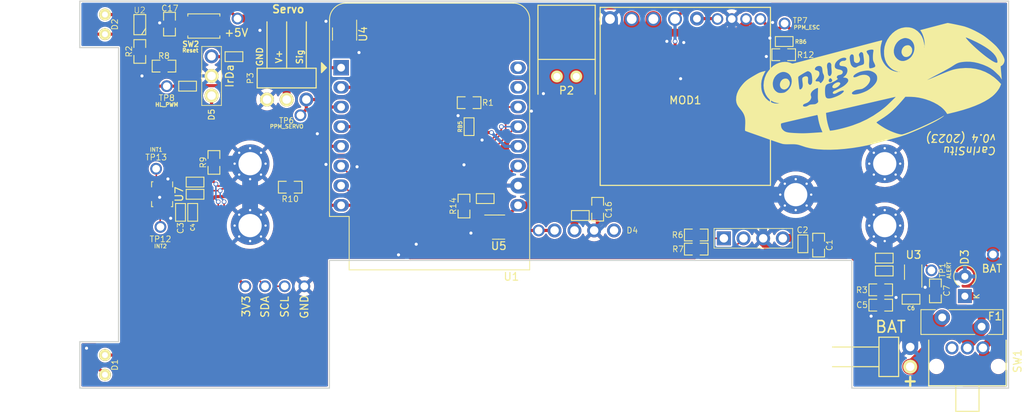
<source format=kicad_pcb>
(kicad_pcb (version 20211014) (generator pcbnew)
  (title_block (title "Carinsitu Main Board") (date "2019-06-18") (rev "1") (company "OpusLabs"))
  (layers (0 "F.Cu" signal) (31 "B.Cu" signal) (34 "B.Paste" user) (35 "F.Paste" user) (36 "B.SilkS" user "B.Silkscreen") (37 "F.SilkS" user "F.Silkscreen") (38 "B.Mask" user) (39 "F.Mask" user) (44 "Edge.Cuts" user))
  (net 0 "")
  (net 1 "GND")
  (net 2 "Net-(MOD1-Pad3)")
  (net 3 "+5V")
  (net 4 "Net-(D1-Pad2)")
  (net 5 "Net-(D2-Pad2)")
  (net 6 "HL_PWM")
  (net 7 "Net-(MOD1-Pad5)")
  (net 8 "PPM_ESC")
  (net 9 "Net-(R2-Pad2)")
  (net 10 "+3V3")
  (net 12 "+VBAT")
  (net 13 "Net-(C5-Pad1)")
  (net 14 "SDA")
  (net 15 "SCL")
  (net 16 "RL_DAT")
  (net 17 "VTX_TX")
  (net 18 "Net-(MOD1-Pad2)")
  (net 19 "VTX_RX")
  (net 20 "Net-(R1-Pad1)")
  (net 21 "IR_RX")
  (net 22 "PPM_SERVO")
  (net 23 "/LOLIN_RX_SWAP")
  (net 24 "Net-(P3-Pad1)")
  (net 25 "Net-(D4-Pad4)")
  (net 26 "/LOLIN_TX_SWAP")
  (net 27 "Net-(RB1-Pad1)")
  (net 28 "Net-(RB2-Pad1)")
  (net 29 "Net-(RB3-Pad1)")
  (net 30 "Net-(RB4-Pad1)")
  (net 31 "Net-(RB5-Pad1)")
  (net 32 "Net-(RB6-Pad1)")
  (net 33 "Net-(RB7-Pad1)")
  (net 34 "Net-(RB8-Pad2)")
  (net 35 "Net-(RB9-Pad2)")
  (net 36 "Net-(SW2-Pad2)")
  (net 37 "Net-(TP12-Pad1)")
  (net 38 "Net-(TP13-Pad1)")
  (net 46 "Net-(D3-Pad1)")
  (net 47 "Net-(F1-Pad2)")
  (net 48 "Net-(TP1-Pad1)")
  (footprint "carinsitu:FIX" (layer "F.Cu") (at 104.75 101)
    (fp_text reference "FIX1" hide)
    (fp_text value "CONN_1" hide)
  )
  (footprint "carinsitu:FIX" (layer "F.Cu") (at 104.75 109)
    (fp_text reference "FIX2" hide)
    (fp_text value "CONN_1" hide)
  )
  (footprint "carinsitu:FIX" (layer "F.Cu") (at 175.25 105)
    (fp_text reference "FIX3" hide)
    (fp_text value "CONN_1" hide)
  )
  (footprint "carinsitu:FIX" (layer "F.Cu") (at 186.75 101)
    (fp_text reference "FIX4" hide)
    (fp_text value "CONN_1" hide)
  )
  (footprint "carinsitu:FIX" (layer "F.Cu") (at 186.75 109)
    (fp_text reference "FIX5" hide)
    (fp_text value "CONN_1" hide)
  )
  (footprint "carinsitu:CONN_JST-XH-2" (layer "F.Cu") (at 145.6436 87.5284 180)
    (fp_text reference "P2")
    (fp_text value "MOT")
  )
  (footprint "carinsitu:ESC" (layer "F.Cu") (at 160.9852 92.3036)
    (fp_text reference "MOD1")
    (fp_text value "ESC")
  )
  (footprint "carinsitu:LED-APA106" (layer "F.Cu") (at 147.9296 109.6264 180)
    (fp_text reference "D4")
    (fp_text value "LED_APA106" hide)
  )
  (footprint "carinsitu:LED" (layer "F.Cu") (at 86 127 90)
    (fp_text reference "D1")
    (fp_text value "LED" hide)
  )
  (footprint "carinsitu:LED" (layer "F.Cu") (at 86 83 90)
    (fp_text reference "D2")
    (fp_text value "LED" hide)
  )
  (footprint "carinsitu:SMD0805" (layer "F.Cu") (at 90.5 86.5 90)
    (fp_text reference "R2")
    (fp_text value "10k" hide)
  )
  (footprint "carinsitu:SOT23-6" (layer "F.Cu") (at 90.5 83 90)
    (fp_text reference "U2")
    (fp_text value "MIC2860" hide)
  )
  (footprint "carinsitu:CONN_61300211021" (layer "F.Cu") (at 190.0428 125.9586 -90)
    (fp_text reference "P1" hide)
    (fp_text value "BAT")
  )
  (footprint "carinsitu:SMD0805" (layer "F.Cu") (at 178.2064 111.5187 -90)
    (fp_text reference "C1")
    (fp_text value "4,7uF" hide)
  )
  (footprint "carinsitu:SMD0603" (layer "F.Cu") (at 176.1744 111.3536 -90)
    (fp_text reference "C2")
    (fp_text value "100nF" hide)
  )
  (footprint "carinsitu:SMD0603" (layer "F.Cu") (at 95.758 107.2896 90)
    (fp_text reference "C3")
    (fp_text value "100nF" hide)
  )
  (footprint "carinsitu:SMD0805" (layer "F.Cu") (at 133.0452 93.1164)
    (fp_text reference "R1")
    (fp_text value "560k" hide)
  )
  (footprint "carinsitu:SMD0603" (layer "F.Cu") (at 97.3328 107.2896 90)
    (fp_text reference "C4")
    (fp_text value "4.7uF" hide)
  )
  (footprint "carinsitu:SW_L102xxxML" (layer "F.Cu") (at 195.4342 124.797)
    (fp_text reference "SW1")
    (fp_text value "SWITCH_SLIDE" hide)
  )
  (footprint "carinsitu:CONN_61300311021" (layer "F.Cu") (at 109.474 92.71 180)
    (fp_text reference "P3")
    (fp_text value "CONN_3" hide)
  )
  (footprint "Package_TO_SOT_SMD:SOT-23-5" (layer "F.Cu") (at 116.9568 84.2463 -90)
    (fp_text reference "U4")
    (fp_text value "SN74LV1T34DBV" hide)
  )
  (footprint "carinsitu:SMD0805" (layer "F.Cu") (at 162.3949 110.2106)
    (fp_text reference "R6")
    (fp_text value "100" hide)
  )
  (footprint "carinsitu:SMD0805" (layer "F.Cu") (at 162.3949 112.0394)
    (fp_text reference "R7")
    (fp_text value "100" hide)
  )
  (footprint "Package_LGA:LGA-14_3x2.5mm_P0.5mm_LayoutBorder3x4y" (layer "F.Cu") (at 93.3852 104.943906 -90)
    (fp_text reference "U7")
    (fp_text value "LSM6DS3")
  )
  (footprint "Module:WEMOS_D1_mini_light" (layer "F.Cu") (at 116.5122 88.5952)
    (fp_text reference "U1")
    (fp_text value "LoLin_D1_mini_pro")
  )
  (footprint "carinsitu:SMD0805" (layer "F.Cu") (at 93.6244 88.392 180)
    (fp_text reference "R8")
    (fp_text value "10k" hide)
  )
  (footprint "carinsitu:SMD0805" (layer "F.Cu") (at 100.076 100.838 90)
    (fp_text reference "R9")
    (fp_text value "3.3k" hide)
  )
  (footprint "carinsitu:SMD0805" (layer "F.Cu") (at 109.9312 104.0384)
    (fp_text reference "R10")
    (fp_text value "3.3k" hide)
  )
  (footprint "Package_DFN_QFN:TDFN-8-1EP_3x2mm_P0.5mm_EP1.80x1.65mm" (layer "F.Cu") (at 190.4238 115.5192 90)
    (fp_text reference "U3")
    (fp_text value "MAX17044G" hide)
  )
  (footprint "carinsitu:TP" (layer "F.Cu") (at 106.68 116.84)
    (fp_text reference "TP2" hide)
    (fp_text value "CONN_1" hide)
  )
  (footprint "carinsitu:TP" (layer "F.Cu") (at 109.22 116.84)
    (fp_text reference "TP3" hide)
    (fp_text value "CONN_1" hide)
  )
  (footprint "carinsitu:TP" (layer "F.Cu") (at 200.7362 112.7252)
    (fp_text reference "TP4" hide)
    (fp_text value "CONN_1" hide)
  )
  (footprint "carinsitu:TP" (layer "F.Cu") (at 111.76 116.84)
    (fp_text reference "TP5" hide)
    (fp_text value "CONN_1" hide)
  )
  (footprint "carinsitu:CONN_61300311121" (layer "F.Cu") (at 99.7712 89.662 -90)
    (fp_text reference "D5")
    (fp_text value "IR_TSOP22" hide)
  )
  (footprint "carinsitu:SMD0603" (layer "F.Cu") (at 147.4216 107.696)
    (fp_text reference "C15" hide)
    (fp_text value "100nF" hide)
  )
  (footprint "carinsitu:SMD0805" (layer "F.Cu") (at 149.6568 106.8832 -90)
    (fp_text reference "C16")
    (fp_text value "4,7uF" hide)
  )
  (footprint "carinsitu:SMD0805" (layer "F.Cu") (at 94.3356 82.9691 -90)
    (fp_text reference "C17")
    (fp_text value "4,7uF" hide)
  )
  (footprint "carinsitu:TP" (layer "F.Cu") (at 173.8122 82.8802)
    (fp_text reference "TP7")
    (fp_text value "CONN_1" hide)
  )
  (footprint "carinsitu:TP" (layer "F.Cu") (at 142.0368 109.6264)
    (fp_text reference "TP9" hide)
    (fp_text value "CONN_1" hide)
  )
  (footprint "carinsitu:SMD0805" (layer "F.Cu") (at 186.2328 117.2972)
    (fp_text reference "R3")
    (fp_text value "1k" hide)
  )
  (footprint "carinsitu:SMD0805" (layer "F.Cu") (at 173.6979 86.9188)
    (fp_text reference "R12")
    (fp_text value "10k" hide)
  )
  (footprint "carinsitu:SMD0805" (layer "F.Cu") (at 193.294 117.4369 90)
    (fp_text reference "C7")
    (fp_text value "4,7uF" hide)
  )
  (footprint "carinsitu:SMD0603" (layer "F.Cu") (at 102.6668 87.1728 180)
    (fp_text reference "RB4" hide)
    (fp_text value "0" hide)
  )
  (footprint "Diode_THT:D_A-405_P2.54mm_Vertical_KathodeUp" (layer "F.Cu") (at 197.104 118.1114 90)
    (fp_text reference "D3")
    (fp_text value "D" hide)
  )
  (footprint "carinsitu:TP" (layer "F.Cu") (at 104.14 116.84)
    (fp_text reference "TP11" hide)
    (fp_text value "CONN_1" hide)
  )
  (footprint "carinsitu:SMD0603" (layer "F.Cu") (at 186.69 114.8588 180)
    (fp_text reference "RB2" hide)
    (fp_text value "0" hide)
  )
  (footprint "carinsitu:TP" (layer "F.Cu") (at 93.98 90.9828)
    (fp_text reference "TP8")
    (fp_text value "CONN_1" hide)
  )
  (footprint "carinsitu:SMD0603" (layer "F.Cu") (at 97.6376 103.378 180)
    (fp_text reference "RB8" hide)
    (fp_text value "0" hide)
  )
  (footprint "carinsitu:CONN_61300411121" (layer "F.Cu") (at 169.7736 110.6424)
    (fp_text reference "P4" hide)
    (fp_text value "CONN_4")
  )
  (footprint "carinsitu:SMD0805" (layer "F.Cu") (at 132.3848 106.4768 90)
    (fp_text reference "R14")
    (fp_text value "10k" hide)
  )
  (footprint "carinsitu:TP" (layer "F.Cu") (at 192.786 114.7826 -90)
    (fp_text reference "TP1")
    (fp_text value "CONN_1" hide)
  )
  (footprint "carinsitu:SMD0603" (layer "F.Cu") (at 135.128 105.5116 180)
    (fp_text reference "RB3" hide)
    (fp_text value "0" hide)
  )
  (footprint "Button_Switch_SMD:SW_Push_SPST_NO_Alps_SKRK" (layer "F.Cu") (at 98.7724 83.2104)
    (fp_text reference "SW2")
    (fp_text value "Reset")
  )
  (footprint "carinsitu:SMD0603" (layer "F.Cu") (at 97.6376 104.9528 180)
    (fp_text reference "RB9" hide)
    (fp_text value "0" hide)
  )
  (footprint "carinsitu:TP" (layer "F.Cu") (at 103.124 82.2452 -90)
    (fp_text reference "TP10" hide)
    (fp_text value "CONN_1" hide)
  )
  (footprint "carinsitu:SMD0603" (layer "F.Cu") (at 186.69 113.2078 180)
    (fp_text reference "RB1" hide)
    (fp_text value "0" hide)
  )
  (footprint "carinsitu:SMD0603" (layer "F.Cu") (at 173.7614 85.217)
    (fp_text reference "RB6")
    (fp_text value "0" hide)
  )
  (footprint "carinsitu:SMD0603" (layer "F.Cu") (at 190.1444 118.5164 180)
    (fp_text reference "C6")
    (fp_text value "10nF" hide)
  )
  (footprint "carinsitu:SMD0805" (layer "F.Cu") (at 186.2328 119.2784 180)
    (fp_text reference "C5")
    (fp_text value "1uF" hide)
  )
  (footprint "carinsitu:TP" (layer "F.Cu") (at 92.6084 101.6508)
    (fp_text reference "TP13")
    (fp_text value "CONN_1" hide)
  )
  (footprint "carinsitu:SMD0603" (layer "F.Cu") (at 96.6724 90.9828 180)
    (fp_text reference "RB7" hide)
    (fp_text value "0" hide)
  )
  (footprint "Fuse:Fuse_Bourns_MF-RG500" (layer "F.Cu") (at 199.273 122.0628 180)
    (fp_text reference "F1")
    (fp_text value "Polyfuse" hide)
  )
  (footprint "carinsitu:TP" (layer "F.Cu") (at 111.252 94.742)
    (fp_text reference "TP6")
    (fp_text value "CONN_1" hide)
  )
  (footprint "carinsitu:logo_carinsitu" (layer "F.Cu") (at 184.977611 91.256431 -175)
    (fp_text reference "G***" hide)
    (fp_text value "LOGO" hide)
  )
  (footprint "Package_TO_SOT_SMD:SOT-23-5" (layer "F.Cu") (at 136.8552 109.1946)
    (fp_text reference "U5")
    (fp_text value "SN74LV1T34DBV")
  )
  (footprint "carinsitu:TP" (layer "F.Cu") (at 93.1672 109.1692)
    (fp_text reference "TP12")
    (fp_text value "CONN_1" hide)
  )
  (footprint "carinsitu:SMD0603" (layer "F.Cu") (at 133.0452 96.2152 90)
    (fp_text reference "RB5")
    (fp_text value "0" hide)
  )
  (gr_line (start 82.75 86) (end 82.75 80) (layer "Edge.Cuts") (width 0.15))
  (gr_line (start 202.75 130) (end 182.5 130) (layer "Edge.Cuts") (width 0.15))
  (gr_line (start 115 113.5) (end 115 130) (layer "Edge.Cuts") (width 0.15))
  (gr_line (start 87.75 86) (end 82.75 86) (layer "Edge.Cuts") (width 0.15))
  (gr_line (start 87.75 124) (end 87.75 86) (layer "Edge.Cuts") (width 0.15))
  (gr_line (start 115 130) (end 82.75 130) (layer "Edge.Cuts") (width 0.15))
  (gr_line (start 202.75 80) (end 202.75 130) (layer "Edge.Cuts") (width 0.15))
  (gr_line (start 182.5 130) (end 182.5 113.5) (layer "Edge.Cuts") (width 0.15))
  (gr_line (start 82.75 80) (end 202.75 80) (layer "Edge.Cuts") (width 0.15))
  (gr_line (start 82.75 124) (end 87.75 124) (layer "Edge.Cuts") (width 0.15))
  (gr_line (start 82.75 124) (end 82.75 130) (layer "Edge.Cuts") (width 0.15))
  (gr_line (start 182.5 113.5) (end 115 113.5) (layer "Edge.Cuts") (width 0.15))
  (gr_text "+5V" (at 102.9716 84.074) (layer "F.SilkS") (effects (font (size 1 1) (thickness 0.1524))))
  (gr_text "GND" (at 105.9972 87.1813 90) (layer "F.SilkS") (effects (font (size 0.8 0.8) (thickness 0.1524))))
  (gr_text "CarInSitu\nv0.4 (2023)" (at 201.2442 98.5012 180) (layer "F.SilkS") (effects (font (size 1 1) (thickness 0.1524) italic) (justify left)))
  (gr_text "+" (at 190.0428 129.2352 180) (layer "F.SilkS") (effects (font (size 1.5 1.5) (thickness 0.3))))
  (gr_text "3V3" (at 104.2416 119.4308 90) (layer "F.SilkS") (effects (font (size 1 1) (thickness 0.1524))))
  (gr_text "BAT" (at 200.6092 114.554) (layer "F.SilkS") (effects (font (size 1 1) (thickness 0.1524))))
  (gr_text "V+" (at 108.4772 87.1713 90) (layer "F.SilkS") (effects (font (size 0.8 0.8) (thickness 0.1524))))
  (gr_text "SCL" (at 109.22 119.5 90) (layer "F.SilkS") (effects (font (size 1 1) (thickness 0.1524))))
  (gr_text "Servo" (at 109.6772 81.0413) (layer "F.SilkS") (effects (font (size 1 1) (thickness 0.2032))))
  (gr_text "Sig" (at 111.1572 87.2013 90) (layer "F.SilkS") (effects (font (size 0.8 0.8) (thickness 0.1524))))
  (gr_text "GND" (at 111.76 119.5 90) (layer "F.SilkS") (effects (font (size 1 1) (thickness 0.1524))))
  (gr_text "IrDa" (at 102.108 89.662 90) (layer "F.SilkS") (effects (font (size 1 1) (thickness 0.1524))))
  (gr_text "SDA" (at 106.68 119.5 90) (layer "F.SilkS") (effects (font (size 1 1) (thickness 0.1524))))
  (segment (start 148.1836 108.6104) (end 149.1996 109.6264) (width 0.4064) (layer "F.Cu") (net 1))
  (segment (start 176.1744 112.1156) (end 176.1744 112.3188) (width 1.016) (layer "F.Cu") (net 1))
  (segment (start 90.7796 88.748) (end 90.7796 89.662) (width 0.4064) (layer "F.Cu") (net 1))
  (segment (start 94.3356 83.9216) (end 93.4864 83.9216) (width 0.4064) (layer "F.Cu") (net 1))
  (segment (start 92.4727 104.943906) (end 92.4727 105.443906) (width 0.2032) (layer "F.Cu") (net 1))
  (segment (start 148.1836 107.696) (end 148.1836 108.6104) (width 0.4064) (layer "F.Cu") (net 1))
  (segment (start 176.022 112.4712) (end 178.2064 112.4712) (width 1.016) (layer "F.Cu") (net 1))
  (segment (start 91.77 83) (end 92.5648 83) (width 0.4064) (layer "F.Cu") (net 1))
  (segment (start 191.1738 116.2692) (end 190.4238 115.5192) (width 0.2032) (layer "F.Cu") (net 1))
  (segment (start 193.294 116.4844) (end 192.4558 116.4844) (width 0.4064) (layer "F.Cu") (net 1))
  (segment (start 133.4618 110.1446) (end 133.284 109.9668) (width 0.4064) (layer "F.Cu") (net 1))
  (segment (start 90.7796 88.748) (end 90.5 88.4684) (width 0.4064) (layer "F.Cu") (net 1))
  (segment (start 94.5769 88.8492) (end 94.5769 84.1629) (width 0.4064) (layer "F.Cu") (net 1))
  (segment (start 171.0436 111.2012) (end 172.3136 112.4712) (width 1.016) (layer "F.Cu") (net 1))
  (segment (start 95.4024 83.9216) (end 96.1136 83.2104) (width 0.4064) (layer "F.Cu") (net 1))
  (segment (start 188.4426 118.5164) (end 188.214 118.2878) (width 0.2032) (layer "F.Cu") (net 1))
  (segment (start 185.2803 120.4087) (end 184.9882 120.7008) (width 0.2032) (layer "F.Cu") (net 1))
  (segment (start 90.5 87.4525) (end 90.5 88.4684) (width 0.4064) (layer "F.Cu") (net 1))
  (segment (start 93.0656 82.804) (end 92.7608 82.804) (width 0.4064) (layer "F.Cu") (net 1))
  (segment (start 93.4864 83.9216) (end 92.5648 83) (width 0.4064) (layer "F.Cu") (net 1))
  (segment (start 189.3824 117.9068) (end 189.6738 117.6154) (width 0.2032) (layer "F.Cu") (net 1))
  (segment (start 116.0068 83.1088) (end 115.062 83.1088) (width 0.4064) (layer "F.Cu") (net 1))
  (segment (start 189.3824 118.5164) (end 188.4426 118.5164) (width 0.2032) (layer "F.Cu") (net 1))
  (segment (start 94.488 108.0516) (end 97.3328 108.0516) (width 0.4064) (layer "F.Cu") (net 1))
  (segment (start 171.0436 110.6424) (end 171.0436 111.2012) (width 1.016) (layer "F.Cu") (net 1))
  (segment (start 97.0788 89.662) (end 99.7712 89.662) (width 0.4064) (layer "F.Cu") (net 1))
  (segment (start 132.3848 107.4293) (end 132.3848 109.0676) (width 0.4064) (layer "F.Cu") (net 1))
  (segment (start 191.971 116.9692) (end 191.1738 116.9692) (width 0.2032) (layer "F.Cu") (net 1))
  (segment (start 172.3136 112.4712) (end 176.022 112.4712) (width 1.016) (layer "F.Cu") (net 1))
  (segment (start 189.3824 118.5164) (end 189.3824 117.9068) (width 0.2032) (layer "F.Cu") (net 1))
  (segment (start 96.6724 83.2104) (end 96.1136 83.2104) (width 0.4064) (layer "F.Cu") (net 1))
  (segment (start 171.6786 86.9188) (end 171.45 87.1474) (width 0.4064) (layer "F.Cu") (net 1))
  (segment (start 192.4558 116.4844) (end 191.971 116.9692) (width 0.4064) (layer "F.Cu") (net 1))
  (segment (start 94.3356 83.9216) (end 95.4024 83.9216) (width 0.4064) (layer "F.Cu") (net 1))
  (segment (start 190.6738 114.0692) (end 190.6738 115.2692) (width 0.2032) (layer "F.Cu") (net 1))
  (segment (start 135.7177 110.1446) (end 133.4618 110.1446) (width 0.4064) (layer "F.Cu") (net 1))
  (segment (start 92.9637 105.443906) (end 93.0656 105.342006) (width 0.2032) (layer "F.Cu") (net 1))
  (segment (start 191.1738 116.9692) (end 191.1738 116.2692) (width 0.2032) (layer "F.Cu") (net 1))
  (segment (start 92.4727 105.443906) (end 92.9637 105.443906) (width 0.2032) (layer "F.Cu") (net 1))
  (segment (start 95.8088 88.392) (end 97.0788 89.662) (width 0.4064) (layer "F.Cu") (net 1))
  (segment (start 108.204 85.9536) (end 106.0196 83.7692) (width 0.4064) (layer "F.Cu") (net 1))
  (segment (start 92.7608 82.804) (end 92.5648 83) (width 0.4064) (layer "F.Cu") (net 1))
  (segment (start 176.1744 112.3188) (end 176.022 112.4712) (width 1.016) (layer "F.Cu") (net 1))
  (segment (start 172.7454 86.9188) (end 171.6786 86.9188) (width 0.4064) (layer "F.Cu") (net 1))
  (segment (start 93.6352 103.781406) (end 93.1658 103.781406) (width 0.4064) (layer "F.Cu") (net 1))
  (segment (start 94.1352 103.781406) (end 94.1352 102.9744) (width 0.4064) (layer "F.Cu") (net 1))
  (segment (start 108.204 91.44) (end 108.204 85.9536) (width 0.4064) (layer "F.Cu") (net 1))
  (segment (start 133.284 109.9668) (end 132.3848 109.0676) (width 0.4064) (layer "F.Cu") (net 1))
  (segment (start 94.1352 102.9744) (end 94.1324 102.9716) (width 0.4064) (layer "F.Cu") (net 1))
  (segment (start 189.6738 116.2692) (end 190.4238 115.5192) (width 0.2032) (layer "F.Cu") (net 1))
  (segment (start 189.6738 116.9692) (end 189.6738 116.2692) (width 0.2032) (layer "F.Cu") (net 1))
  (segment (start 93.6352 103.781406) (end 94.1352 103.781406) (width 0.4064) (layer "F.Cu") (net 1))
  (segment (start 189.6738 117.6154) (end 189.6738 116.9692) (width 0.2032) (layer "F.Cu") (net 1))
  (segment (start 115.062 83.1088) (end 114.554 82.6008) (width 0.4064) (layer "F.Cu") (net 1))
  (segment (start 95.8088 88.392) (end 94.5769 88.392) (width 0.4064) (layer "F.Cu") (net 1))
  (segment (start 185.2803 119.2784) (end 185.2803 120.4087) (width 0.2032) (layer "F.Cu") (net 1))
  (segment (start 106.934 92.71) (end 108.204 91.44) (width 0.4064) (layer "F.Cu") (net 1))
  (segment (start 148.1836 107.696) (end 149.5171 107.696) (width 0.4064) (layer "F.Cu") (net 1))
  (via (at 160.3756 90.0176) (size 0.6) (drill 0.4) (layers "F.Cu" "B.Cu") (net 1))
  (via (at 118.8212 86.6394) (size 0.6) (drill 0.4) (layers "F.Cu" "B.Cu") (net 1))
  (via (at 94.1324 102.9716) (size 0.6) (drill 0.4) (layers "F.Cu" "B.Cu") (net 1))
  (via (at 134.7216 97.9424) (size 0.6) (drill 0.4) (layers "F.Cu" "B.Cu") (net 1))
  (via (at 132.3848 101.1428) (size 0.6) (drill 0.4) (layers "F.Cu" "B.Cu") (net 1))
  (via (at 94.488 108.0516) (size 0.6) (drill 0.4) (layers "F.Cu" "B.Cu") (net 1))
  (via (at 126.2126 111.4044) (size 0.6) (drill 0.4) (layers "F.Cu" "B.Cu") (net 1))
  (via (at 171.9072 84.7703) (size 0.6) (drill 0.4) (layers "F.Cu" "B.Cu") (net 1))
  (via (at 141.097 94.2086) (size 0.6) (drill 0.4) (layers "F.Cu" "B.Cu") (net 1))
  (via (at 114.554 82.6008) (size 0.6) (drill 0.4) (layers "F.Cu" "B.Cu") (net 1))
  (via (at 171.45 87.1474) (size 0.6) (drill 0.4) (layers "F.Cu" "B.Cu") (net 1))
  (via (at 158.5976 85.1916) (size 0.6) (drill 0.4) (layers "F.Cu" "B.Cu") (net 1))
  (via (at 93.0656 82.804) (size 0.6) (drill 0.4) (layers "F.Cu" "B.Cu") (net 1))
  (via (at 133.284 109.9668) (size 0.6) (drill 0.4) (layers "F.Cu" "B.Cu") (net 1))
  (via (at 172.2628 82.7532) (size 0.6) (drill 0.4) (layers "F.Cu" "B.Cu") (net 1))
  (via (at 184.9882 120.7008) (size 0.6) (drill 0.4) (layers "F.Cu" "B.Cu") (net 1))
  (via (at 106.0196 83.7692) (size 0.6) (drill 0.4) (layers "F.Cu" "B.Cu") (net 1))
  (via (at 188.214 118.2878) (size 0.6) (drill 0.4) (layers "F.Cu" "B.Cu") (net 1))
  (via (at 118.5672 101.3968) (size 0.6) (drill 0.4) (layers "F.Cu" "B.Cu") (net 1))
  (via (at 90.7796 89.662) (size 0.6) (drill 0.4) (layers "F.Cu" "B.Cu") (net 1))
  (via (at 114.554 101.092) (size 0.6) (drill 0.4) (layers "F.Cu" "B.Cu") (net 1))
  (via (at 191.971 116.9692) (size 0.6) (drill 0.4) (layers "F.Cu" "B.Cu") (net 1))
  (via (at 131.6228 94.7928) (size 0.6) (drill 0.4) (layers "F.Cu" "B.Cu") (net 1))
  (via (at 113.4364 97.1296) (size 0.6) (drill 0.4) (layers "F.Cu" "B.Cu") (net 1))
  (via (at 93.0656 105.342006) (size 0.6) (drill 0.4) (layers "F.Cu" "B.Cu") (net 1))
  (via (at 160.782 85.344) (size 0.6) (drill 0.4) (layers "F.Cu" "B.Cu") (net 1))
  (via (at 123.9266 112.776) (size 0.6) (drill 0.4) (layers "F.Cu" "B.Cu") (net 1))
  (via (at 83.6168 124.841) (size 0.6) (drill 0.4) (layers "F.Cu" "B.Cu") (net 1))
  (via (at 142.6464 91.948) (size 0.6) (drill 0.4) (layers "F.Cu" "B.Cu") (net 1))
  (segment (start 197.104 115.5714) (end 195.4262 115.5714) (width 1.016) (layer "B.Cu") (net 1))
  (segment (start 107.188 82.6008) (end 106.0196 83.7692) (width 0.4064) (layer "B.Cu") (net 1))
  (segment (start 134.7216 98.806) (end 132.3848 101.1428) (width 0.4064) (layer "B.Cu") (net 1))
  (segment (start 166.6599 84.7703) (end 166.2684 84.3788) (width 0.4064) (layer "B.Cu") (net 1))
  (segment (start 194.0284 116.9692) (end 195.4262 115.5714) (width 1.016) (layer "B.Cu") (net 1))
  (segment (start 147.932 96.924) (end 151.2552 96.924) (width 2.048) (layer "B.Cu") (net 1))
  (segment (start 83.6168 128.1684) (end 83.6168 124.841) (width 0.4064) (layer "B.Cu") (net 1))
  (segment (start 175.25 105) (end 171.3448 105) (width 2.048) (layer "B.Cu") (net 1))
  (segment (start 106.934 92.71) (end 111.3536 97.1296) (width 0.4064) (layer "B.Cu") (net 1))
  (segment (start 171.9072 86.0298) (end 171.45 86.487) (width 0.4064) (layer "B.Cu") (net 1))
  (segment (start 171.45 86.487) (end 171.45 87.1474) (width 0.4064) (layer "B.Cu") (net 1))
  (segment (start 94.488 129.3876) (end 84.836 129.3876) (width 0.4064) (layer "B.Cu") (net 1))
  (segment (start 182.75 105) (end 186.75 101) (width 2.048) (layer "B.Cu") (net 1))
  (segment (start 136.4996 103.8352) (end 134.2644 106.0704) (width 0.4064) (layer "B.Cu") (net 1))
  (segment (start 123.9266 112.776) (end 124.841 112.776) (width 0.4064) (layer "B.Cu") (net 1))
  (segment (start 160.196 87.6064) (end 163.0408 87.6064) (width 2.048) (layer "B.Cu") (net 1))
  (segment (start 106.0196 83.7692) (end 95.5548 83.7692) (width 0.4064) (layer "B.Cu") (net 1))
  (segment (start 90.7796 94.2848) (end 97.4948 101) (width 2.048) (layer "B.Cu") (net 1))
  (segment (start 131.6228 94.8436) (end 131.6228 94.7928) (width 0.4064) (layer "B.Cu") (net 1))
  (segment (start 187.5212 118.2878) (end 186.75 119.059) (width 0.2032) (layer "B.Cu") (net 1))
  (segment (start 147.6224 96.924) (end 147.932 96.924) (width 0.4064) (layer "B.Cu") (net 1))
  (segment (start 185.1082 120.7008) (end 186.75 119.059) (width 1.016) (layer "B.Cu") (net 1))
  (segment (start 157.8592 87.6064) (end 160.196 87.6064) (width 2.048) (layer "B.Cu") (net 1))
  (segment (start 107.188 82.6008) (end 114.554 82.6008) (width 0.4064) (layer "B.Cu") (net 1))
  (segment (start 94.7928 86.106) (end 98.3488 89.662) (width 0.4064) (layer "B.Cu") (net 1))
  (segment (start 156.8704 102.616) (end 149.1996 110.2868) (width 0.4064) (layer "B.Cu") (net 1))
  (segment (start 157.8592 87.6064) (end 157.8592 85.93) (width 0.4064) (layer "B.Cu") (net 1))
  (segment (start 104.75 101) (end 104.75 109) (width 2.048) (layer "B.Cu") (net 1))
  (segment (start 139.3722 103.8352) (end 141.0208 103.8352) (width 2.048) (layer "B.Cu") (net 1))
  (segment (start 101.9048 91.7956) (end 101.9048 98.1548) (width 0.4064) (layer "B.Cu") (net 1))
  (segment (start 84.836 129.3876) (end 83.6168 128.1684) (width 0.4064) (layer "B.Cu") (net 1))
  (segment (start 166.9852 82.3036) (end 166.9852 83.662) (width 1.016) (layer "B.Cu") (net 1))
  (segment (start 113.820465 97.513665) (end 113.820465 100.358465) (width 0.4064) (layer "B.Cu") (net 1))
  (segment (start 142.6464 91.948) (end 142.6464 92.6592) (width 0.4064) (layer "B.Cu") (net 1))
  (segment (start 104.75 101) (end 97.4948 101) (width 2.048) (layer "B.Cu") (net 1))
  (segment (start 95.5548 83.7692) (end 94.7928 84.5312) (width 0.4064) (layer "B.Cu") (net 1))
  (segment (start 93.0656 104.0384) (end 94.1324 102.9716) (width 0.2032) (layer "B.Cu") (net 1))
  (segment (start 163.0408 87.6064) (end 166.2684 84.3788) (width 2.048) (layer "B.Cu") (net 1))
  (segment (start 109.8804 118.7196) (end 111.76 116.84) (width 0.4064) (layer "B.Cu") (net 1))
  (segment (start 124.841 112.776) (end 126.2126 111.4044) (width 0.4064) (layer "B.Cu") (net 1))
  (segment (start 171.9072 83.1088) (end 172.2628 82.7532) (width 0.4064) (layer "B.Cu") (net 1))
  (segment (start 134.7216 97.9424) (end 131.6228 94.8436) (width 0.4064) (layer "B.Cu") (net 1))
  (segment (start 154.8514 100.5202) (end 156.8704 102.5392) (width 0.4064) (layer "B.Cu") (net 1))
  (segment (start 134.2644 108.9864) (end 133.284 109.9668) (width 0.4064) (layer "B.Cu") (net 1))
  (segment (start 102.7684 90.932) (end 105.156 90.932) (width 0.4064) (layer "B.Cu") (net 1))
  (segment (start 93.0656 82.804) (end 94.7928 84.5312) (width 0.4064) (layer "B.Cu") (net 1))
  (segment (start 188.4299 120.7389) (end 189.1919 121.5009) (width 2.048) (layer "B.Cu") (net 1))
  (segment (start 151.2552 96.924) (end 154.8514 100.5202) (width 0.4064) (layer "B.Cu") (net 1))
  (segment (start 175.25 105) (end 182.75 105) (width 2.048) (layer "B.Cu") (net 1))
  (segment (start 101.9048 98.1548) (end 104.75 101) (width 0.4064) (layer "B.Cu") (net 1))
  (segment (start 171.9072 85.1101) (end 171.9072 84.7703) (width 0.4064) (layer "B.Cu") (net 1))
  (segment (start 154.8514 100.5202) (end 155.5118 100.5202) (width 0.4064) (layer "B.Cu") (net 1))
  (segment (start 160.782 87.0204) (end 160.782 85.344) (width 0.4064) (layer "B.Cu") (net 1))
  (segment (start 160.3756 87.786) (end 160.196 87.6064) (width 0.4064) (layer "B.Cu") (net 1))
  (segment (start 134.2644 106.0704) (end 134.2644 108.9864) (width 0.4064) (layer "B.Cu") (net 1))
  (segment (start 151.2552 87.6064) (end 151.2552 82.3036) (width 2.048) (layer "B.Cu") (net 1))
  (segment (start 141.0208 103.8352) (end 147.932 96.924) (width 2.048) (layer "B.Cu") (net 1))
  (segment (start 94.1324 102.9716) (end 95.5232 102.9716) (width 0.4064) (layer "B.Cu") (net 1))
  (segment (start 118.5672 101.3968) (end 118.5672 103.759) (width 0.4064) (layer "B.Cu") (net 1))
  (segment (start 186.75 109) (end 182.75 105) (width 2.048) (layer "B.Cu") (net 1))
  (segment (start 191.971 116.9692) (end 191.971 120.2204) (width 0.4064) (layer "B.Cu") (net 1))
  (segment (start 102.362 121.5136) (end 94.488 129.3876) (width 0.4064) (layer "B.Cu") (net 1))
  (segment (start 169.1386 102.7938) (end 157.125 102.7938) (width 2.048) (layer "B.Cu") (net 1))
  (segment (start 190.0428 124.6886) (end 190.0428 122.3518) (width 2.048) (layer "B.Cu") (net 1))
  (segment (start 171.45 87.1474) (end 171.45 86.7156) (width 0.4064) (layer "B.Cu") (net 1))
  (segment (start 160.196 87.6064) (end 160.782 87.0204) (width 0.4064) (layer "B.Cu") (net 1))
  (segment (start 142.6464 91.948) (end 147.6224 96.924) (width 0.4064) (layer "B.Cu") (net 1))
  (segment (start 191.971 116.9692) (end 194.0284 116.9692) (width 1.016) (layer "B.Cu") (net 1))
  (segment (start 191.971 120.2204) (end 189.9412 122.2502) (width 0.4064) (layer "B.Cu") (net 1))
  (segment (start 189.9412 122.2502) (end 189.1919 121.5009) (width 2.048) (layer "B.Cu") (net 1))
  (segment (start 171.0436 105.3012) (end 171.3448 105) (width 1.016) (layer "B.Cu") (net 1))
  (segment (start 113.820465 97.513665) (end 117.10493 97.513665) (width 0.4064) (layer "B.Cu") (net 1))
  (segment (start 171.3448 105) (end 169.1386 102.7938) (width 2.048) (layer "B.Cu") (net 1))
  (segment (start 102.362 118.7196) (end 109.8804 118.7196) (width 0.4064) (layer "B.Cu") (net 1))
  (segment (start 90.7796 94.2848) (end 90.7796 89.662) (width 2.048) (layer "B.Cu") (net 1))
  (segment (start 98.3488 89.662) (end 99.7712 89.662) (width 0.4064) (layer "B.Cu") (net 1))
  (segment (start 101.1428 112.6072) (end 101.1428 117.5004) (width 0.4064) (layer "B.Cu") (net 1))
  (segment (start 118.5672 103.759) (end 126.2126 111.4044) (width 0.4064) (layer "B.Cu") (net 1))
  (segment (start 101.1428 117.5004) (end 102.362 118.7196) (width 0.4064) (layer "B.Cu") (net 1))
  (segment (start 166.9852 83.662) (end 166.2684 84.3788) (width 1.016) (layer "B.Cu") (net 1))
  (segment (start 156.8704 102.5392) (end 156.8704 102.616) (width 0.4064) (layer "B.Cu") (net 1))
  (segment (start 190.0428 123.825) (end 190.0428 124.6886) (width 2.048) (layer "B.Cu") (net 1))
  (segment (start 99.7712 89.662) (end 101.9048 91.7956) (width 0.4064) (layer "B.Cu") (net 1))
  (segment (start 118.8212 86.6394) (end 115.062 82.6008) (width 0.4064) (layer "B.Cu") (net 1))
  (segment (start 95.8438 106.6958) (end 94.488 108.0516) (width 0.4064) (layer "B.Cu") (net 1))
  (segment (start 111.3536 97.1296) (end 113.4364 97.1296) (width 0.4064) (layer "B.Cu") (net 1))
  (segment (start 157.125 102.7938) (end 151.2552 96.924) (width 2.048) (layer "B.Cu") (net 1))
  (segment (start 134.7216 97.9424) (end 136.2964 99.5172) (width 0.4064) (layer "B.Cu") (net 1))
  (segment (start 134.7216 97.9424) (end 134.7216 98.806) (width 0.4064) (layer "B.Cu") (net 1))
  (segment (start 151.2552 87.6064) (end 157.8592 87.6064) (width 2.048) (layer "B.Cu") (net 1))
  (segment (start 113.4364 97.1296) (end 113.820465 97.513665) (width 0.4064) (layer "B.Cu") (net 1))
  (segment (start 113.820465 100.358465) (end 114.554 101.092) (width 0.4064) (layer "B.Cu") (net 1))
  (segment (start 95.8438 103.2922) (end 95.5232 102.9716) (width 0.4064) (layer "B.Cu") (net 1))
  (segment (start 139.3722 103.8352) (end 136.4996 103.8352) (width 0.4064) (layer "B.Cu") (net 1))
  (segment (start 95.8438 103.2922) (end 95.8438 106.6958) (width 0.4064) (layer "B.Cu") (net 1))
  (segment (start 93.0656 105.342006) (end 93.0656 104.0384) (width 0.2032) (layer "B.Cu") (net 1))
  (segment (start 151.2552 96.924) (end 151.2552 87.6064) (width 2.048) (layer "B.Cu") (net 1))
  (segment (start 170.6223 84.7703) (end 168.0935 84.7703) (width 0.4064) (layer "B.Cu") (net 1))
  (segment (start 102.362 118.7196) (end 102.362 121.5136) (width 0.4064) (layer "B.Cu") (net 1))
  (segment (start 104.75 109) (end 101.1428 112.6072) (width 0.4064) (layer "B.Cu") (net 1))
  (segment (start 171.9072 84.7703) (end 170.6223 84.7703) (width 0.4064) (layer "B.Cu") (net 1))
  (segment (start 171.9072 84.7703) (end 171.9072 83.1088) (width 0.4064) (layer "B.Cu") (net 1))
  (segment (start 94.7928 84.5312) (end 94.7928 86.106) (width 0.4064) (layer "B.Cu") (net 1))
  (segment (start 105.156 90.932) (end 106.934 92.71) (width 0.4064) (layer "B.Cu") (net 1))
  (segment (start 171.0436 110.6424) (end 171.0436 105.3012) (width 1.016) (layer "B.Cu") (net 1))
  (segment (start 157.8592 85.93) (end 158.5976 85.1916) (width 0.4064) (layer "B.Cu") (net 1))
  (segment (start 186.75 119.059) (end 188.4299 120.7389) (width 2.048) (layer "B.Cu") (net 1))
  (segment (start 101.9048 91.7956) (end 102.7684 90.932) (width 0.4064) (layer "B.Cu") (net 1))
  (segment (start 115.062 82.6008) (end 114.554 82.6008) (width 0.4064) (layer "B.Cu") (net 1))
  (segment (start 188.214 118.2878) (end 187.5212 118.2878) (width 0.2032) (layer "B.Cu") (net 1))
  (segment (start 184.9882 120.7008) (end 185.1082 120.7008) (width 1.016) (layer "B.Cu") (net 1))
  (segment (start 168.0935 84.7703) (end 166.9852 83.662) (width 0.4064) (layer "B.Cu") (net 1))
  (segment (start 136.2964 103.632) (end 136.4996 103.8352) (width 0.4064) (layer "B.Cu") (net 1))
  (segment (start 190.0428 122.3518) (end 188.4299 120.7389) (width 2.048) (layer "B.Cu") (net 1))
  (segment (start 95.5232 102.9716) (end 97.4948 101) (width 0.4064) (layer "B.Cu") (net 1))
  (segment (start 186.75 109) (end 186.75 119.059) (width 2.048) (layer "B.Cu") (net 1))
  (segment (start 171.9072 84.7703) (end 171.9072 86.0298) (width 0.4064) (layer "B.Cu") (net 1))
  (segment (start 142.6464 92.6592) (end 141.097 94.2086) (width 0.4064) (layer "B.Cu") (net 1))
  (segment (start 136.2964 99.5172) (end 136.2964 103.632) (width 0.4064) (layer "B.Cu") (net 1))
  (segment (start 160.3756 90.0176) (end 160.3756 87.786) (width 0.4064) (layer "B.Cu") (net 1))
  (segment (start 118.5672 98.975935) (end 118.5672 101.3968) (width 0.4064) (layer "B.Cu") (net 1))
  (segment (start 117.10493 97.513665) (end 118.5672 98.975935) (width 0.4064) (layer "B.Cu") (net 1))
  (segment (start 189.1919 121.5009) (end 186.9694 119.2784) (width 2.048) (layer "B.Cu") (net 1))
  (segment (start 156.87 86.2588) (end 156.8552 86.244) (width 2.048) (layer "F.Cu") (net 2))
  (segment (start 156.8552 86.244) (end 156.8552 82.3036) (width 2.048) (layer "F.Cu") (net 2))
  (segment (start 144.3936 91.4092) (end 144.3936 89.7284) (width 2.048) (layer "F.Cu") (net 2))
  (segment (start 156.87 86.2588) (end 150.876 92.2528) (width 2.048) (layer "F.Cu") (net 2))
  (segment (start 150.876 92.2528) (end 145.2372 92.2528) (width 2.048) (layer "F.Cu") (net 2))
  (segment (start 145.2372 92.2528) (end 144.3936 91.4092) (width 2.048) (layer "F.Cu") (net 2))
  (segment (start 149.6822 106.3752) (end 161.7472 106.3752) (width 1.016) (layer "F.Cu") (net 3))
  (segment (start 95.0976 80.5688) (end 101.4476 80.5688) (width 0.4064) (layer "F.Cu") (net 3))
  (segment (start 90.7288 80.4672) (end 91.77 81.5084) (width 0.4064) (layer "F.Cu") (net 3))
  (segment (start 109.474 83.7692) (end 107.95 82.2452) (width 1.016) (layer "F.Cu") (net 3))
  (segment (start 118.5274 85.3838) (end 118.7958 85.1154) (width 0.4064) (layer "F.Cu") (net 3))
  (segment (start 84.6328 126.9028) (end 86 128.27) (width 0.4064) (layer "F.Cu") (net 3))
  (segment (start 85.344 80.4672) (end 90.7288 80.4672) (width 0.4064) (layer "F.Cu") (net 3))
  (segment (start 168.8352 82.828) (end 167.5892 84.074) (width 1.016) (layer "F.Cu") (net 3))
  (segment (start 173.7614 94.361) (end 173.7614 88.9508) (width 1.016) (layer "F.Cu") (net 3))
  (segment (start 86 84.27) (end 84.9304 84.27) (width 0.4064) (layer "F.Cu") (net 3))
  (segment (start 84.9304 84.27) (end 84.6836 84.0232) (width 0.4064) (layer "F.Cu") (net 3))
  (segment (start 88.6712 85.0392) (end 88.6712 123.8252) (width 0.4064) (layer "F.Cu") (net 3))
  (segment (start 87.9348 124.5616) (end 85.2932 124.5616) (width 0.4064) (layer "F.Cu") (net 3))
  (segment (start 173.7614 84.455) (end 173.4216 84.1152) (width 0.4064) (layer "F.Cu") (net 3))
  (segment (start 88.6712 123.8252) (end 87.9348 124.5616) (width 0.4064) (layer "F.Cu") (net 3))
  (segment (start 117.9068 85.3838) (end 118.5274 85.3838) (width 0.4064) (layer "F.Cu") (net 3))
  (segment (start 118.7958 85.1154) (end 118.7958 81.2546) (width 0.4064) (layer "F.Cu") (net 3))
  (segment (start 167.9575 100.1649) (end 173.7614 94.361) (width 1.016) (layer "F.Cu") (net 3))
  (segment (start 137.9927 107.7547) (end 139.3722 106.3752) (width 0.4064) (layer "F.Cu") (net 3))
  (segment (start 149.5298 80.8482) (end 149.5552 80.8736) (width 0.4064) (layer "F.Cu") (net 3))
  (segment (start 107.95 82.2452) (end 103.124 82.2452) (width 1.016) (layer "F.Cu") (net 3))
  (segment (start 84.6328 125.222) (end 84.6328 126.9028) (width 0.4064) (layer "F.Cu") (net 3))
  (segment (start 146.5326 106.3752) (end 149.6822 106.3752) (width 1.016) (layer "F.Cu") (net 3))
  (segment (start 170.6468 84.1152) (end 168.8352 82.3036) (width 0.4064) (layer "F.Cu") (net 3))
  (segment (start 86 84.27) (end 87.902 84.27) (width 0.4064) (layer "F.Cu") (net 3))
  (segment (start 158.242 83.1088) (end 159.2072 84.074) (width 0.4064) (layer "F.Cu") (net 3))
  (segment (start 161.7472 106.3752) (end 167.9575 100.1649) (width 1.016) (layer "F.Cu") (net 3))
  (segment (start 112.395 80.8482) (end 109.474 83.7692) (width 1.016) (layer "F.Cu") (net 3))
  (segment (start 84.6836 84.0232) (end 84.6836 81.1276) (width 0.4064) (layer "F.Cu") (net 3))
  (segment (start 167.5892 84.074) (end 159.2072 84.074) (width 1.016) (layer "F.Cu") (net 3))
  (segment (start 118.7958 81.2546) (end 118.3894 80.8482) (width 0.4064) (layer "F.Cu") (net 3))
  (segment (start 85.2932 124.5616) (end 84.6328 125.222) (width 0.4064) (layer "F.Cu") (net 3))
  (segment (start 94.3356 82.0166) (end 91.8009 82.0166) (width 0.4064) (layer "F.Cu") (net 3))
  (segment (start 109.474 92.71) (end 109.474 83.7692) (width 1.016) (layer "F.Cu") (net 3))
  (segment (start 149.6568 105.9307) (end 149.6568 106.3498) (width 0.4064) (layer "F.Cu") (net 3))
  (segment (start 94.3356 81.3308) (end 95.0976 80.5688) (width 0.4064) (layer "F.Cu") (net 3))
  (segment (start 91.77 81.5084) (end 91.77 82.0475) (width 0.4064) (layer "F.Cu") (net 3))
  (segment (start 173.7614 88.9508) (end 173.7614 89.3572) (width 0.4064) (layer "F.Cu") (net 3))
  (segment (start 146.6596 107.696) (end 146.6596 106.5022) (width 1.016) (layer "F.Cu") (net 3))
  (segment (start 87.902 84.27) (end 88.6712 85.0392) (width 0.4064) (layer "F.Cu") (net 3))
  (segment (start 167.9575 100.1649) (end 168.9608 99.1616) (width 1.016) (layer "F.Cu") (net 3))
  (segment (start 173.4216 84.1152) (end 170.6468 84.1152) (width 0.4064) (layer "F.Cu") (net 3))
  (segment (start 158.242 81.345) (end 158.242 83.1088) (width 0.4064) (layer "F.Cu") (net 3))
  (segment (start 146.6596 106.5022) (end 146.5326 106.3752) (width 1.016) (layer "F.Cu") (net 3))
  (segment (start 137.9927 108.2446) (end 137.9927 107.7547) (width 0.4064) (layer "F.Cu") (net 3))
  (segment (start 84.6836 81.1276) (end 85.344 80.4672) (width 0.4064) (layer "F.Cu") (net 3))
  (segment (start 168.8352 82.3036) (end 168.8352 82.828) (width 1.016) (layer "F.Cu") (net 3))
  (segment (start 146.6596 109.6264) (end 146.6596 106.5022) (width 1.016) (layer "F.Cu") (net 3))
  (segment (start 157.7706 80.8736) (end 158.242 81.345) (width 0.4064) (layer "F.Cu") (net 3))
  (segment (start 149.5552 80.8736) (end 157.7706 80.8736) (width 0.4064) (layer "F.Cu") (net 3))
  (segment (start 118.3894 80.8482) (end 112.395 80.8482) (width 1.016) (layer "F.Cu") (net 3))
  (segment (start 173.7614 88.9508) (end 173.7614 84.455) (width 0.4064) (layer "F.Cu") (net 3))
  (segment (start 94.3356 82.0166) (end 94.3356 81.3308) (width 0.4064) (layer "F.Cu") (net 3))
  (segment (start 118.3894 80.8482) (end 125.2982 80.8482) (width 1.016) (layer "F.Cu") (net 3))
  (segment (start 139.3722 106.3752) (end 146.5326 106.3752) (width 1.016) (layer "F.Cu") (net 3))
  (segment (start 101.4476 80.5688) (end 103.124 82.2452) (width 0.4064) (layer "F.Cu") (net 3))
  (segment (start 149.6568 106.3498) (end 149.6822 106.3752) (width 0.4064) (layer "F.Cu") (net 3))
  (segment (start 125.2982 80.8482) (end 149.5298 80.8482) (width 1.016) (layer "F.Cu") (net 3))
  (segment (start 89.23 124.9428) (end 88.4428 125.73) (width 0.4064) (layer "F.Cu") (net 4))
  (segment (start 89.23 83.9525) (end 89.23 124.9428) (width 0.4064) (layer "F.Cu") (net 4))
  (segment (start 88.4428 125.73) (end 86 125.73) (width 0.4064) (layer "F.Cu") (net 4))
  (segment (start 87.6736 81.73) (end 86 81.73) (width 0.4064) (layer "F.Cu") (net 5))
  (segment (start 89.23 82.0475) (end 87.9911 82.0475) (width 0.4064) (layer "F.Cu") (net 5))
  (segment (start 87.9911 82.0475) (end 87.6736 81.73) (width 0.4064) (layer "F.Cu") (net 5))
  (segment (start 93.98 90.9828) (end 92.964 90.9828) (width 0.4064) (layer "F.Cu") (net 6))
  (segment (start 91.77 84.658) (end 92.6719 85.5599) (width 0.4064) (layer "F.Cu") (net 6))
  (segment (start 92.964 90.9828) (end 92.6719 90.6907) (width 0.4064) (layer "F.Cu") (net 6))
  (segment (start 91.77 83.9525) (end 91.77 84.658) (width 0.4064) (layer "F.Cu") (net 6))
  (segment (start 92.6719 85.5599) (end 92.6719 88.8492) (width 0.4064) (layer "F.Cu") (net 6))
  (segment (start 92.6719 90.6907) (end 92.6719 88.8492) (width 0.4064) (layer "F.Cu") (net 6))
  (segment (start 95.9104 90.9828) (end 93.98 90.9828) (width 0.4064) (layer "F.Cu") (net 6))
  (segment (start 162.4852 82.2536) (end 165.0852 82.2536) (width 0.4064) (layer "F.Cu") (net 7))
  (segment (start 171.8968 83.5152) (end 173.1772 83.5152) (width 0.4064) (layer "F.Cu") (net 8))
  (segment (start 174.5234 85.217) (end 174.5234 86.7918) (width 0.4064) (layer "F.Cu") (net 8))
  (segment (start 170.6852 82.3036) (end 171.8968 83.5152) (width 0.4064) (layer "F.Cu") (net 8))
  (segment (start 174.5234 83.5914) (end 173.8122 82.8802) (width 0.4064) (layer "F.Cu") (net 8))
  (segment (start 174.5234 86.7918) (end 174.6504 86.9188) (width 0.4064) (layer "F.Cu") (net 8))
  (segment (start 173.1772 83.5152) (end 173.8122 82.8802) (width 0.4064) (layer "F.Cu") (net 8))
  (segment (start 174.5234 85.217) (end 174.5234 83.5914) (width 0.4064) (layer "F.Cu") (net 8))
  (segment (start 89.23 83) (end 90.13678 83) (width 0.4064) (layer "F.Cu") (net 9))
  (segment (start 90.5 83.36322) (end 90.5 85.5475) (width 0.4064) (layer "F.Cu") (net 9))
  (segment (start 90.13678 83) (end 90.5 83.36322) (width 0.4064) (layer "F.Cu") (net 9))
  (segment (start 98.4377 99.8855) (end 100.076 99.8855) (width 0.4064) (layer "F.Cu") (net 10))
  (segment (start 100.2284 105.2576) (end 110.7948 105.2576) (width 0.4064) (layer "F.Cu") (net 10))
  (segment (start 162.4076 109.22) (end 162.4076 109.3978) (width 0.2032) (layer "F.Cu") (net 10))
  (segment (start 104.14 116.84) (end 98.9584 111.6584) (width 0.4064) (layer "F.Cu") (net 10))
  (segment (start 97.6376 100.6856) (end 98.4377 99.8855) (width 0.4064) (layer "F.Cu") (net 10))
  (segment (start 162.4076 109.3978) (end 162.4076 109.1438) (width 0.4064) (layer "F.Cu") (net 10))
  (segment (start 93.759906 105.443906) (end 93.6196 105.3036) (width 0.2032) (layer "F.Cu") (net 10))
  (segment (start 97.6376 105.7148) (end 97.6376 100.6856) (width 0.4064) (layer "F.Cu") (net 10))
  (segment (start 93.6196 104.948) (end 93.6196 105.3036) (width 0.2032) (layer "F.Cu") (net 10))
  (segment (start 162.4076 112.9284) (end 162.2044 113.1316) (width 0.4064) (layer "F.Cu") (net 10))
  (segment (start 162.4076 109.1438) (end 162.5092 109.0422) (width 0.4064) (layer "F.Cu") (net 10))
  (segment (start 110.7948 105.2576) (end 113.6396 105.2576) (width 0.4064) (layer "F.Cu") (net 10))
  (segment (start 92.4727 104.443906) (end 92.101294 104.443906) (width 0.2032) (layer "F.Cu") (net 10))
  (segment (start 162.4076 109.1438) (end 162.4076 112.9284) (width 0.4064) (layer "F.Cu") (net 10))
  (segment (start 99.7712 99.5807) (end 100.076 99.8855) (width 0.4064) (layer "F.Cu") (net 10))
  (segment (start 110.8837 104.0384) (end 110.8837 105.1687) (width 0.2032) (layer "F.Cu") (net 10))
  (segment (start 190.9064 119.7102) (end 190.9064 118.5164) (width 0.4064) (layer "F.Cu") (net 10))
  (segment (start 180.2638 109.0422) (end 184.6072 113.3856) (width 0.4064) (layer "F.Cu") (net 10))
  (segment (start 110.8837 105.1687) (end 110.7948 105.2576) (width 0.2032) (layer "F.Cu") (net 10))
  (segment (start 95.758 106.5276) (end 97.3328 106.5276) (width 0.4064) (layer "F.Cu") (net 10))
  (segment (start 162.2044 113.1316) (end 125.3998 113.1316) (width 0.4064) (layer "F.Cu") (net 10))
  (segment (start 193.167 118.5164) (end 193.294 118.3894) (width 0.4064) (layer "F.Cu") (net 10))
  (segment (start 162.5092 109.0422) (end 180.2638 109.0422) (width 0.4064) (layer "F.Cu") (net 10))
  (segment (start 93.759906 105.443906) (end 94.2977 105.443906) (width 0.2032) (layer "F.Cu") (net 10))
  (segment (start 91.8464 104.6988) (end 91.8464 105.8164) (width 0.2032) (layer "F.Cu") (net 10))
  (segment (start 92.4727 104.443906) (end 93.115506 104.443906) (width 0.2032) (layer "F.Cu") (net 10))
  (segment (start 92.101294 104.443906) (end 91.8464 104.6988) (width 0.2032) (layer "F.Cu") (net 10))
  (segment (start 95.758 105.918) (end 95.758 106.5276) (width 0.2032) (layer "F.Cu") (net 10))
  (segment (start 118.6434 106.3752) (end 116.5122 106.3752) (width 0.4064) (layer "F.Cu") (net 10))
  (segment (start 190.9064 118.5164) (end 193.167 118.5164) (width 0.4064) (layer "F.Cu") (net 10))
  (segment (start 184.6072 115.5446) (end 185.0898 116.0272) (width 0.4064) (layer "F.Cu") (net 10))
  (segment (start 97.3328 106.5276) (end 98.9584 106.5276) (width 0.4064) (layer "F.Cu") (net 10))
  (segment (start 189.9158 120.7008) (end 190.9064 119.7102) (width 0.4064) (layer "F.Cu") (net 10))
  (segment (start 185.0898 116.0272) (end 185.8264 116.0272) (width 0.4064) (layer "F.Cu") (net 10))
  (segment (start 97.3328 106.5276) (end 97.3328 106.0196) (width 0.4064) (layer "F.Cu") (net 10))
  (segment (start 97.3328 106.0196) (end 97.6376 105.7148) (width 0.4064) (layer "F.Cu") (net 10))
  (segment (start 93.115506 104.443906) (end 93.6196 104.948) (width 0.2032) (layer "F.Cu") (net 10))
  (segment (start 99.7712 92.202) (end 99.7712 99.5807) (width 0.4064) (layer "F.Cu") (net 10))
  (segment (start 186.2328 120.2182) (end 186.7154 120.7008) (width 0.4064) (layer "F.Cu") (net 10))
  (segment (start 125.3998 113.1316) (end 118.6434 106.3752) (width 0.4064) (layer "F.Cu") (net 10))
  (segment (start 185.8264 116.0272) (end 186.2328 116.4336) (width 0.4064) (layer "F.Cu") (net 10))
  (segment (start 190.9064 117.8306) (end 190.9064 118.5164) (width 0.2032) (layer "F.Cu") (net 10))
  (segment (start 186.2328 116.4336) (end 186.2328 120.2182) (width 0.4064) (layer "F.Cu") (net 10))
  (segment (start 94.2977 105.443906) (end 95.283906 105.443906) (width 0.2032) (layer "F.Cu") (net 10))
  (segment (start 98.9584 106.5276) (end 100.2284 105.2576) (width 0.4064) (layer "F.Cu") (net 10))
  (segment (start 113.6396 105.2576) (end 114.7572 106.3752) (width 0.4064) (layer "F.Cu") (net 10))
  (segment (start 98.9584 111.6584) (end 98.9584 106.5276) (width 0.4064) (layer "F.Cu") (net 10))
  (segment (start 91.8464 105.8164) (end 92.136406 106.106406) (width 0.2032) (layer "F.Cu") (net 10))
  (segment (start 95.283906 105.443906) (end 95.758 105.918) (width 0.2032) (layer "F.Cu") (net 10))
  (segment (start 114.7572 106.3752) (end 116.5122 106.3752) (width 0.4064) (layer "F.Cu") (net 10))
  (segment (start 190.6738 116.9692) (end 190.6738 117.598) (width 0.2032) (layer "F.Cu") (net 10))
  (segment (start 186.7154 120.7008) (end 189.9158 120.7008) (width 0.4064) (layer "F.Cu") (net 10))
  (segment (start 190.6738 117.598) (end 190.9064 117.8306) (width 0.2032) (layer "F.Cu") (net 10))
  (segment (start 92.136406 106.106406) (end 92.6352 106.106406) (width 0.2032) (layer "F.Cu") (net 10))
  (segment (start 184.6072 113.3856) (end 184.6072 115.5446) (width 0.4064) (layer "F.Cu") (net 10))
  (segment (start 185.6232 129.159) (end 197.104 129.159) (width 1.016) (layer "F.Cu") (net 12))
  (segment (start 170.6484 80.583) (end 172.3532 80.583) (width 0.4064) (layer "F.Cu") (net 12))
  (segment (start 199.4342 126.8288) (end 199.4342 124.797) (width 1.016) (layer "F.Cu") (net 12))
  (segment (start 141.1224 90.8304) (end 141.1224 91.7448) (width 0.4064) (layer "F.Cu") (net 12))
  (segment (start 198.3174 80.8932) (end 173.7018 80.8932) (width 1.016) (layer "F.Cu") (net 12))
  (segment (start 170.6484 80.583) (end 173.3916 80.583) (width 0.4064) (layer "F.Cu") (net 12))
  (segment (start 200.7362 83.312) (end 198.3174 80.8932) (width 1.016) (layer "F.Cu") (net 12))
  (segment (start 144.1196 94.742) (end 155.448 94.742) (width 0.4064) (layer "F.Cu") (net 12))
  (segment (start 138.138 89.9796) (end 140.2716 89.9796) (width 0.4064) (layer "F.Cu") (net 12))
  (segment (start 140.2716 89.9796) (end 141.1224 90.8304) (width 0.4064) (layer "F.Cu") (net 12))
  (segment (start 176.1998 110.5662) (end 176.1744 110.5916) (width 1.016) (layer "F.Cu") (net 12))
  (segment (start 184.0992 117.2972) (end 183.8452 117.5512) (width 0.2032) (layer "F.Cu") (net 12))
  (segment (start 200.7362 118.872) (end 201.8284 119.9642) (width 1.016) (layer "F.Cu") (net 12))
  (segment (start 200.7362 112.7252) (end 200.7362 118.872) (width 1.016) (layer "F.Cu") (net 12))
  (segment (start 201.8284 122.4028) (end 199.4342 124.797) (width 1.016) (layer "F.Cu") (net 12))
  (segment (start 183.6166 127.1524) (end 185.6232 129.159) (width 1.016) (layer "F.Cu") (net 12))
  (segment (start 197.104 129.159) (end 199.4342 126.8288) (width 1.016) (layer "F.Cu") (net 12))
  (segment (start 178.2064 110.5662) (end 180.4162 110.5662) (width 1.016) (layer "F.Cu") (net 12))
  (segment (start 135.0012 93.1164) (end 138.138 89.9796) (width 0.4064) (layer "F.Cu") (net 12))
  (segment (start 159.6644 85.1916) (end 159.6644 90.5256) (width 0.4064) (layer "F.Cu") (net 12))
  (segment (start 159.6552 82.3036) (end 161.3758 80.583) (width 0.4064) (layer "F.Cu") (net 12))
  (segment (start 201.8284 119.9642) (end 201.8284 122.4028) (width 1.016) (layer "F.Cu") (net 12))
  (segment (start 183.6166 117.348) (end 183.6166 127.1524) (width 1.016) (layer "F.Cu") (net 12))
  (segment (start 180.4162 110.5662) (end 183.6166 113.7666) (width 1.016) (layer "F.Cu") (net 12))
  (segment (start 185.293 117.2972) (end 184.0992 117.2972) (width 0.2032) (layer "F.Cu") (net 12))
  (segment (start 173.3916 80.583) (end 173.7018 80.8932) (width 0.4064) (layer "F.Cu") (net 12))
  (segment (start 185.2803 117.2972) (end 183.6674 117.2972) (width 0.2032) (layer "F.Cu") (net 12))
  (segment (start 141.1224 91.7448) (end 144.1196 94.742) (width 0.4064) (layer "F.Cu") (net 12))
  (segment (start 178.2064 110.5662) (end 176.1998 110.5662) (width 1.016) (layer "F.Cu") (net 12))
  (segment (start 161.3758 80.583) (end 170.6484 80.583) (width 0.4064) (layer "F.Cu") (net 12))
  (segment (start 133.9977 93.1164) (end 135.0012 93.1164) (width 0.4064) (layer "F.Cu") (net 12))
  (segment (start 183.6674 117.2972) (end 183.6166 117.348) (width 0.2032) (layer "F.Cu") (net 12))
  (segment (start 200.7362 112.7252) (end 200.7362 83.312) (width 1.016) (layer "F.Cu") (net 12))
  (segment (start 159.6644 90.5256) (end 155.448 94.742) (width 0.4064) (layer "F.Cu") (net 12))
  (segment (start 176.1744 110.5916) (end 173.6344 110.5916) (width 1.016) (layer "F.Cu") (net 12))
  (segment (start 183.6166 113.7666) (end 183.6166 117.348) (width 1.016) (layer "F.Cu") (net 12))
  (via (at 159.6644 85.1916) (size 0.6) (drill 0.4) (layers "F.Cu" "B.Cu") (net 12))
  (segment (start 159.6552 82.3036) (end 159.6552 85.1824) (width 0.4064) (layer "B.Cu") (net 12))
  (segment (start 159.6552 85.1824) (end 159.6644 85.1916) (width 0.4064) (layer "B.Cu") (net 12))
  (segment (start 190.1738 116.9692) (end 190.1738 119.2998) (width 0.2032) (layer "F.Cu") (net 13))
  (segment (start 189.9539 119.5197) (end 187.4266 119.5197) (width 0.2032) (layer "F.Cu") (net 13))
  (segment (start 190.1738 119.2998) (end 189.9539 119.5197) (width 0.2032) (layer "F.Cu") (net 13))
  (segment (start 187.1853 119.2784) (end 187.1853 117.2972) (width 0.2032) (layer "F.Cu") (net 13))
  (segment (start 106.8832 103.886) (end 110.96 99.8092) (width 0.2032) (layer "F.Cu") (net 14))
  (segment (start 180.665094 108.2294) (end 159.9184 108.2294) (width 0.2032) (layer "F.Cu") (net 14))
  (segment (start 134.0232 99.8092) (end 137.2161 96.6163) (width 0.2032) (layer "F.Cu") (net 14))
  (segment (start 185.643494 113.2078) (end 180.665094 108.2294) (width 0.2032) (layer "F.Cu") (net 14))
  (segment (start 100.6348 110.7948) (end 100.6348 105.9127) (width 0.2032) (layer "F.Cu") (net 14))
  (segment (start 100.076 101.7905) (end 100.076 103.37562) (width 0.2032) (layer "F.Cu") (net 14))
  (segment (start 130.794747 110.505253) (end 130.794747 104.531147) (width 0.2032) (layer "F.Cu") (net 14))
  (segment (start 159.9184 108.2294) (end 156.5402 111.6076) (width 0.2032) (layer "F.Cu") (net 14))
  (segment (start 131.897094 111.6076) (end 130.794747 110.505253) (width 0.2032) (layer "F.Cu") (net 14))
  (segment (start 100.07838 103.378) (end 100.330001 103.629621) (width 0.2032) (layer "F.Cu") (net 14))
  (segment (start 130.794747 104.531147) (end 139.110694 96.2152) (width 0.2032) (layer "F.Cu") (net 14))
  (segment (start 110.96 99.8092) (end 134.0232 99.8092) (width 0.2032) (layer "F.Cu") (net 14))
  (segment (start 137.2161 96.6163) (end 137.2161 96.2152) (width 0.2032) (layer "F.Cu") (net 14))
  (segment (start 100.076 103.37562) (end 100.330001 103.629621) (width 0.2032) (layer "F.Cu") (net 14))
  (segment (start 98.3996 103.378) (end 100.07838 103.378) (width 0.2032) (layer "F.Cu") (net 14))
  (segment (start 100.6348 110.7948) (end 106.68 116.84) (width 0.2032) (layer "F.Cu") (net 14))
  (segment (start 100.58638 103.886) (end 106.8832 103.886) (width 0.2032) (layer "F.Cu") (net 14))
  (segment (start 100.330001 103.629621) (end 100.58638 103.886) (width 0.2032) (layer "F.Cu") (net 14))
  (segment (start 156.5402 111.6076) (end 131.897094 111.6076) (width 0.2032) (layer "F.Cu") (net 14))
  (via (at 100.6348 105.9127) (size 0.6) (drill 0.4) (layers "F.Cu" "B.Cu") (net 14))
  (via (at 100.330001 103.629621) (size 0.6) (drill 0.4) (layers "F.Cu" "B.Cu") (net 14))
  (via (at 137.2161 96.2152) (size 0.6) (drill 0.4) (layers "F.Cu" "B.Cu") (net 14))
  (segment (start 137.2161 96.2152) (end 139.3722 96.2152) (width 0.2032) (layer "B.Cu") (net 14))
  (segment (start 100.330001 103.629621) (end 100.330001 105.607901) (width 0.2032) (layer "B.Cu") (net 14))
  (segment (start 100.330001 105.607901) (end 100.6348 105.9127) (width 0.2032) (layer "B.Cu") (net 14))
  (segment (start 185.1406 113.2078) (end 185.1406 114.5794) (width 0.2032) (layer "F.Cu") (net 15))
  (segment (start 160.065694 108.585) (end 156.687494 111.9632) (width 0.2032) (layer "F.Cu") (net 15))
  (segment (start 107.541047 103.731047) (end 107.030494 104.2416) (width 0.2032) (layer "F.Cu") (net 15))
  (segment (start 137.7696 93.98) (end 138.0744 93.6752) (width 0.2032) (layer "F.Cu") (net 15))
  (segment (start 138.0744 93.6752) (end 139.3722 93.6752) (width 0.2032) (layer "F.Cu") (net 15))
  (segment (start 100.883501 104.488953) (end 99.625447 104.488953) (width 0.2032) (layer "F.Cu") (net 15))
  (segment (start 130.439147 104.383853) (end 134.094094 100.728906) (width 0.2032) (layer "F.Cu") (net 15))
  (segment (start 109.22 116.84) (end 108.14237 116.84) (width 0.2032) (layer "F.Cu") (net 15))
  (segment (start 185.42 114.8588) (end 185.928 114.8588) (width 0.2032) (layer "F.Cu") (net 15))
  (segment (start 101.130854 104.2416) (end 100.883501 104.488953) (width 0.2032) (layer "F.Cu") (net 15))
  (segment (start 101.386703 110.084333) (end 101.386703 105.9127) (width 0.2032) (layer "F.Cu") (net 15))
  (segment (start 156.687494 111.9632) (end 131.7498 111.9632) (width 0.2032) (layer "F.Cu") (net 15))
  (segment (start 107.8484 104.0384) (end 107.541047 103.731047) (width 0.2032) (layer "F.Cu") (net 15))
  (segment (start 134.094094 100.728906) (end 134.094094 100.2412) (width 0.2032) (layer "F.Cu") (net 15))
  (segment (start 185.1406 114.5794) (end 185.42 114.8588) (width 0.2032) (layer "F.Cu") (net 15))
  (segment (start 180.5178 108.585) (end 160.065694 108.585) (width 0.2032) (layer "F.Cu") (net 15))
  (segment (start 101.130854 104.2416) (end 107.030494 104.2416) (width 0.2032) (layer "F.Cu") (net 15))
  (segment (start 137.7696 96.565694) (end 137.7696 93.98) (width 0.2032) (layer "F.Cu") (net 15))
  (segment (start 130.439147 110.652547) (end 130.439147 104.383853) (width 0.2032) (layer "F.Cu") (net 15))
  (segment (start 180.5178 108.585) (end 185.1406 113.2078) (width 0.2032) (layer "F.Cu") (net 15))
  (segment (start 111.030894 100.2412) (end 107.541047 103.731047) (width 0.2032) (layer "F.Cu") (net 15))
  (segment (start 108.9787 104.0384) (end 107.8484 104.0384) (width 0.2032) (layer "F.Cu") (net 15))
  (segment (start 131.7498 111.9632) (end 130.439147 110.652547) (width 0.2032) (layer "F.Cu") (net 15))
  (segment (start 108.14237 116.84) (end 101.386703 110.084333) (width 0.2032) (layer "F.Cu") (net 15))
  (segment (start 99.1616 104.9528) (end 98.3996 104.9528) (width 0.2032) (layer "F.Cu") (net 15))
  (segment (start 134.094094 100.2412) (end 137.7696 96.565694) (width 0.2032) (layer "F.Cu") (net 15))
  (segment (start 99.625447 104.488953) (end 99.1616 104.9528) (width 0.2032) (layer "F.Cu") (net 15))
  (segment (start 111.030894 100.2412) (end 134.094094 100.2412) (width 0.2032) (layer "F.Cu") (net 15))
  (via (at 101.386703 105.9127) (size 0.6) (drill 0.4) (layers "F.Cu" "B.Cu") (net 15))
  (via (at 100.883501 104.488953) (size 0.6) (drill 0.4) (layers "F.Cu" "B.Cu") (net 15))
  (segment (start 101.386703 105.806303) (end 100.8888 105.3084) (width 0.2032) (layer "B.Cu") (net 15))
  (segment (start 101.386703 105.9127) (end 101.386703 105.806303) (width 0.2032) (layer "B.Cu") (net 15))
  (segment (start 100.8888 105.3084) (end 100.8888 104.494252) (width 0.2032) (layer "B.Cu") (net 15))
  (segment (start 100.8888 104.494252) (end 100.883501 104.488953) (width 0.2032) (layer "B.Cu") (net 15))
  (segment (start 134.366 108.8136) (end 134.366 105.5116) (width 0.4064) (layer "F.Cu") (net 16))
  (segment (start 132.3848 105.5243) (end 134.3533 105.5243) (width 0.4064) (layer "F.Cu") (net 16))
  (segment (start 134.747 109.1946) (end 134.366 108.8136) (width 0.4064) (layer "F.Cu") (net 16))
  (segment (start 135.7177 109.1946) (end 134.747 109.1946) (width 0.4064) (layer "F.Cu") (net 16))
  (segment (start 164.6682 110.6424) (end 164.2364 110.2106) (width 0.2032) (layer "F.Cu") (net 17))
  (segment (start 165.9636 110.6424) (end 164.6682 110.6424) (width 0.2032) (layer "F.Cu") (net 17))
  (segment (start 164.2364 110.2106) (end 163.3474 110.2106) (width 0.2032) (layer "F.Cu") (net 17))
  (segment (start 154.07 85.198) (end 149.5396 89.7284) (width 2.048) (layer "F.Cu") (net 18))
  (segment (start 149.5396 89.7284) (end 146.8936 89.7284) (width 2.048) (layer "F.Cu") (net 18))
  (segment (start 154.07 85.198) (end 154.0552 85.1832) (width 2.048) (layer "F.Cu") (net 18))
  (segment (start 154.0552 85.1832) (end 154.0552 82.3036) (width 2.048) (layer "F.Cu") (net 18))
  (segment (start 167.1066 112.0394) (end 168.5036 110.6424) (width 0.2032) (layer "F.Cu") (net 19))
  (segment (start 163.3474 112.0394) (end 167.1066 112.0394) (width 0.2032) (layer "F.Cu") (net 19))
  (segment (start 131.1148 91.1352) (end 132.0927 92.1131) (width 0.4064) (layer "F.Cu") (net 20))
  (segment (start 116.5122 91.1352) (end 131.1148 91.1352) (width 0.4064) (layer "F.Cu") (net 20))
  (segment (start 132.0927 92.1131) (end 132.0927 93.1164) (width 0.4064) (layer "F.Cu") (net 20))
  (segment (start 101.9048 87.1728) (end 99.822 87.1728) (width 0.4064) (layer "F.Cu") (net 21))
  (segment (start 133.0452 91.9099) (end 133.0452 95.4532) (width 0.4064) (layer "F.Cu") (net 22))
  (segment (start 116.9568 83.1088) (end 116.9568 86.2228) (width 0.4064) (layer "F.Cu") (net 22))
  (segment (start 121.0056 90.2716) (end 131.4069 90.2716) (width 0.4064) (layer "F.Cu") (net 22))
  (segment (start 131.4069 90.2716) (end 133.0452 91.9099) (width 0.4064) (layer "F.Cu") (net 22))
  (segment (start 116.9568 86.2228) (end 121.0056 90.2716) (width 0.4064) (layer "F.Cu") (net 22))
  (segment (start 118.0223 102.8053) (end 116.5122 101.2952) (width 0.2032) (layer "F.Cu") (net 23))
  (segment (start 123.357731 109.890469) (end 118.0223 104.555038) (width 0.2032) (layer "F.Cu") (net 23))
  (segment (start 156.834788 112.3188) (end 125.786062 112.3188) (width 0.2032) (layer "F.Cu") (net 23))
  (segment (start 118.0223 104.555038) (end 123.205331 109.738069) (width 0.2032) (layer "F.Cu") (net 23))
  (segment (start 118.0223 104.555038) (end 118.0223 102.8053) (width 0.2032) (layer "F.Cu") (net 23))
  (segment (start 158.942988 110.2106) (end 157.170094 111.983494) (width 0.2032) (layer "F.Cu") (net 23))
  (segment (start 161.4424 110.2106) (end 158.942988 110.2106) (width 0.2032) (layer "F.Cu") (net 23))
  (segment (start 157.170094 111.983494) (end 156.834788 112.3188) (width 0.2032) (layer "F.Cu") (net 23))
  (segment (start 123.357731 109.890469) (end 123.205331 109.738069) (width 0.2032) (layer "F.Cu") (net 23))
  (segment (start 158.663588 110.49) (end 158.186094 110.967494) (width 0.2032) (layer "F.Cu") (net 23))
  (segment (start 158.186094 110.967494) (end 157.170094 111.983494) (width 0.2032) (layer "F.Cu") (net 23))
  (segment (start 125.786062 112.3188) (end 123.357731 109.890469) (width 0.2032) (layer "F.Cu") (net 23))
  (segment (start 114.808 87.9348) (end 114.808 85.6742) (width 0.4064) (layer "F.Cu") (net 24))
  (segment (start 113.6904 92.71) (end 114.3508 92.0496) (width 0.4064) (layer "F.Cu") (net 24))
  (segment (start 112.014 92.71) (end 112.014 93.98) (width 0.4064) (layer "F.Cu") (net 24))
  (segment (start 115.0984 85.3838) (end 116.0068 85.3838) (width 0.4064) (layer "F.Cu") (net 24))
  (segment (start 112.014 92.71) (end 113.6904 92.71) (width 0.4064) (layer "F.Cu") (net 24))
  (segment (start 112.014 93.98) (end 111.252 94.742) (width 0.4064) (layer "F.Cu") (net 24))
  (segment (start 114.3508 92.0496) (end 114.3508 88.392) (width 0.4064) (layer "F.Cu") (net 24))
  (segment (start 114.808 85.6742) (end 115.0984 85.3838) (width 0.4064) (layer "F.Cu") (net 24))
  (segment (start 114.3508 88.392) (end 114.808 87.9348) (width 0.4064) (layer "F.Cu") (net 24))
  (segment (start 142.0368 109.6264) (end 139.7 109.6264) (width 0.4064) (layer "F.Cu") (net 25))
  (segment (start 139.1818 110.1446) (end 139.7 109.6264) (width 0.4064) (layer "F.Cu") (net 25))
  (segment (start 142.0368 109.6264) (end 144.0896 109.6264) (width 0.4064) (layer "F.Cu") (net 25))
  (segment (start 137.9927 110.1446) (end 139.1818 110.1446) (width 0.4064) (layer "F.Cu") (net 25))
  (segment (start 116.799568 103.8352) (end 125.638768 112.6744) (width 0.2032) (layer "F.Cu") (net 26))
  (segment (start 158.0642 111.633) (end 157.0228 112.6744) (width 0.2032) (layer "F.Cu") (net 26))
  (segment (start 161.4424 111.633) (end 158.0642 111.633) (width 0.2032) (layer "F.Cu") (net 26))
  (segment (start 125.638768 112.6744) (end 157.0228 112.6744) (width 0.2032) (layer "F.Cu") (net 26))
  (segment (start 190.1738 113.5928) (end 190.1738 114.0692) (width 0.2032) (layer "F.Cu") (net 27))
  (segment (start 187.452 113.2078) (end 189.7888 113.2078) (width 0.2032) (layer "F.Cu") (net 27))
  (segment (start 189.7888 113.2078) (end 190.1738 113.5928) (width 0.2032) (layer "F.Cu") (net 27))
  (segment (start 189.6738 114.0692) (end 188.6734 114.0692) (width 0.2032) (layer "F.Cu") (net 28))
  (segment (start 187.8838 114.8588) (end 187.452 114.8588) (width 0.2032) (layer "F.Cu") (net 28))
  (segment (start 188.6734 114.0692) (end 187.8838 114.8588) (width 0.2032) (layer "F.Cu") (net 28))
  (segment (start 139.192 101.2952) (end 135.89 104.5972) (width 0.4064) (layer "F.Cu") (net 29))
  (segment (start 135.89 104.5972) (end 135.89 105.5116) (width 0.4064) (layer "F.Cu") (net 29))
  (segment (start 115.316 93.6752) (end 112.2426 96.7486) (width 0.4064) (layer "F.Cu") (net 30))
  (segment (start 112.2426 96.7486) (end 107.190862 96.7486) (width 0.4064) (layer "F.Cu") (net 30))
  (segment (start 107.190862 96.7486) (end 103.4288 92.986538) (width 0.4064) (layer "F.Cu") (net 30))
  (segment (start 103.4288 92.986538) (end 103.4288 87.1728) (width 0.4064) (layer "F.Cu") (net 30))
  (segment (start 116.5122 93.6752) (end 115.316 93.6752) (width 0.4064) (layer "F.Cu") (net 30))
  (segment (start 133.0452 96.9772) (end 135.9408 96.9772) (width 0.4064) (layer "F.Cu") (net 31))
  (via (at 135.9408 96.9772) (size 0.6) (drill 0.4) (layers "F.Cu" "B.Cu") (net 31))
  (segment (start 139.3722 98.7552) (end 137.7188 98.7552) (width 0.4064) (layer "B.Cu") (net 31))
  (segment (start 137.7188 98.7552) (end 135.9408 96.9772) (width 0.4064) (layer "B.Cu") (net 31))
  (segment (start 134.2136 96.2152) (end 116.5122 96.2152) (width 0.4064) (layer "F.Cu") (net 32))
  (segment (start 155.9052 95.504) (end 143.764 95.504) (width 0.4064) (layer "F.Cu") (net 32))
  (segment (start 138.0236 92.4052) (end 134.2136 96.2152) (width 0.4064) (layer "F.Cu") (net 32))
  (segment (start 165.354 86.0552) (end 171.3738 86.0552) (width 0.4064) (layer "F.Cu") (net 32))
  (segment (start 165.354 86.0552) (end 164.5412 86.868) (width 0.4064) (layer "F.Cu") (net 32))
  (segment (start 172.7905 85.4259) (end 172.9994 85.217) (width 0.4064) (layer "F.Cu") (net 32))
  (segment (start 140.6652 92.4052) (end 138.0236 92.4052) (width 0.4064) (layer "F.Cu") (net 32))
  (segment (start 171.3738 86.0552) (end 172.0031 85.4259) (width 0.4064) (layer "F.Cu") (net 32))
  (segment (start 164.5412 86.868) (end 155.9052 95.504) (width 0.4064) (layer "F.Cu") (net 32))
  (segment (start 172.0031 85.4259) (end 172.7905 85.4259) (width 0.4064) (layer "F.Cu") (net 32))
  (segment (start 143.764 95.504) (end 140.6652 92.4052) (width 0.4064) (layer "F.Cu") (net 32))
  (segment (start 116.5122 98.7552) (end 113.538 98.7552) (width 0.4064) (layer "F.Cu") (net 33))
  (segment (start 100.5696 90.9176) (end 107.0864 97.4344) (width 0.4064) (layer "F.Cu") (net 33))
  (segment (start 107.0864 97.4344) (end 112.2172 97.4344) (width 0.4064) (layer "F.Cu") (net 33))
  (segment (start 97.4996 90.9176) (end 100.5696 90.9176) (width 0.4064) (layer "F.Cu") (net 33))
  (segment (start 113.538 98.7552) (end 112.2172 97.4344) (width 0.4064) (layer "F.Cu") (net 33))
  (segment (start 94.996894 104.443906) (end 96.0628 103.378) (width 0.3048) (layer "F.Cu") (net 34))
  (segment (start 96.0628 103.378) (end 96.8756 103.378) (width 0.3048) (layer "F.Cu") (net 34))
  (segment (start 94.2977 104.443906) (end 94.996894 104.443906) (width 0.3048) (layer "F.Cu") (net 34))
  (segment (start 94.2977 104.943906) (end 96.866706 104.943906) (width 0.3048) (layer "F.Cu") (net 35))
  (segment (start 115.2144 88.5952) (end 116.5122 88.5952) (width 0.4064) (layer "F.Cu") (net 36))
  (segment (start 114.9096 93.291338) (end 114.9096 88.9) (width 0.4064) (layer "F.Cu") (net 36))
  (segment (start 103.2256 85.1916) (end 104.3432 86.3092) (width 0.4064) (layer "F.Cu") (net 36))
  (segment (start 100.8724 84.3624) (end 101.7016 85.1916) (width 0.4064) (layer "F.Cu") (net 36))
  (segment (start 104.3432 86.3092) (end 104.3432 93.110676) (width 0.4064) (layer "F.Cu") (net 36))
  (segment (start 100.8724 83.2104) (end 100.8724 84.3624) (width 0.4064) (layer "F.Cu") (net 36))
  (segment (start 112.138138 96.0628) (end 114.9096 93.291338) (width 0.4064) (layer "F.Cu") (net 36))
  (segment (start 104.3432 93.110676) (end 107.295324 96.0628) (width 0.4064) (layer "F.Cu") (net 36))
  (segment (start 101.7016 85.1916) (end 103.2256 85.1916) (width 0.4064) (layer "F.Cu") (net 36))
  (segment (start 107.295324 96.0628) (end 112.138138 96.0628) (width 0.4064) (layer "F.Cu") (net 36))
  (segment (start 114.9096 88.9) (end 115.2144 88.5952) (width 0.4064) (layer "F.Cu") (net 36))
  (segment (start 93.1352 106.106406) (end 93.1352 109.1372) (width 0.2032) (layer "F.Cu") (net 37))
  (segment (start 92.6352 103.781406) (end 92.6352 101.6776) (width 0.2032) (layer "F.Cu") (net 38))
  (segment (start 198.5139 122.8219) (end 197.677818 123.657982) (width 2.048) (layer "F.Cu") (net 46))
  (segment (start 197.4342 124.797) (end 197.4342 123.9016) (width 1.016) (layer "F.Cu") (net 46))
  (segment (start 197.104 118.1114) (end 198.3754 118.1114) (width 1.016) (layer "F.Cu") (net 46))
  (segment (start 197.677818 123.657982) (end 197.677818 123.687619) (width 2.048) (layer "F.Cu") (net 46))
  (segment (start 199.273 119.009) (end 199.273 122.0628) (width 1.016) (layer "F.Cu") (net 46))
  (segment (start 198.3754 118.1114) (end 199.273 119.009) (width 1.016) (layer "F.Cu") (net 46))
  (segment (start 197.4342 123.9016) (end 198.5139 122.8219) (width 1.016) (layer "F.Cu") (net 46))
  (segment (start 199.273 122.0628) (end 198.5139 122.8219) (width 2.048) (layer "F.Cu") (net 46))
  (segment (start 192.9126 122.1232) (end 192.9126 124.755274) (width 2.048) (layer "F.Cu") (net 47))
  (segment (start 194.173 120.8628) (end 192.9126 122.1232) (width 2.048) (layer "F.Cu") (net 47))
  (segment (start 192.9126 124.755274) (end 190.439274 127.2286) (width 2.048) (layer "F.Cu") (net 47))
  (segment (start 190.439274 127.2286) (end 190.0428 127.2286) (width 2.048) (layer "F.Cu") (net 47))
  (segment (start 191.1738 114.0692) (end 192.0726 114.0692) (width 0.2032) (layer "F.Cu") (net 48))
  (segment (start 192.0726 114.0692) (end 192.786 114.7826) (width 0.2032) (layer "F.Cu") (net 48))
  (zone (net 1) (net_name "GND") (layer "F.Cu") (connect_pads (clearance 0.2)) (min_thickness 0.254) (fill yes (thermal_gap 0.508) (thermal_bridge_width 0.508))
    (polygon (pts (xy 202.826846 129.858236) (xy 182.556248 129.951499) (xy 182.5244 129.8956) (xy 82.7532 129.9972) (xy 82.7532 80.01) (xy 202.744198 80.018337)))
  )
  (zone (net 12) (net_name "+VBAT") (layer "F.Cu") (priority 1) (connect_pads (clearance 0.2)) (min_thickness 0.254) (fill yes (thermal_gap 0.508) (thermal_bridge_width 0.508))
    (polygon (pts (xy 202.782994 130.053081) (xy 196.342 130.048) (xy 199.3392 126.8222) (xy 199.3392 125.1204) (xy 197.4088 118.6688) (xy 188.4172 95.7072) (xy 172.0088 81.2292) (xy 172.0088 80.1624) (xy 202.732194 80.167481)))
  )
  (zone (net 1) (net_name "GND") (layer "B.Cu") (connect_pads (clearance 0.2)) (min_thickness 0.254) (fill yes (thermal_gap 0.508) (thermal_bridge_width 0.508))
    (polygon (pts (xy 202.7428 129.9972) (xy 82.7532 129.9972) (xy 82.7532 79.9592) (xy 202.7428 79.9592)))
  )
)
</source>
